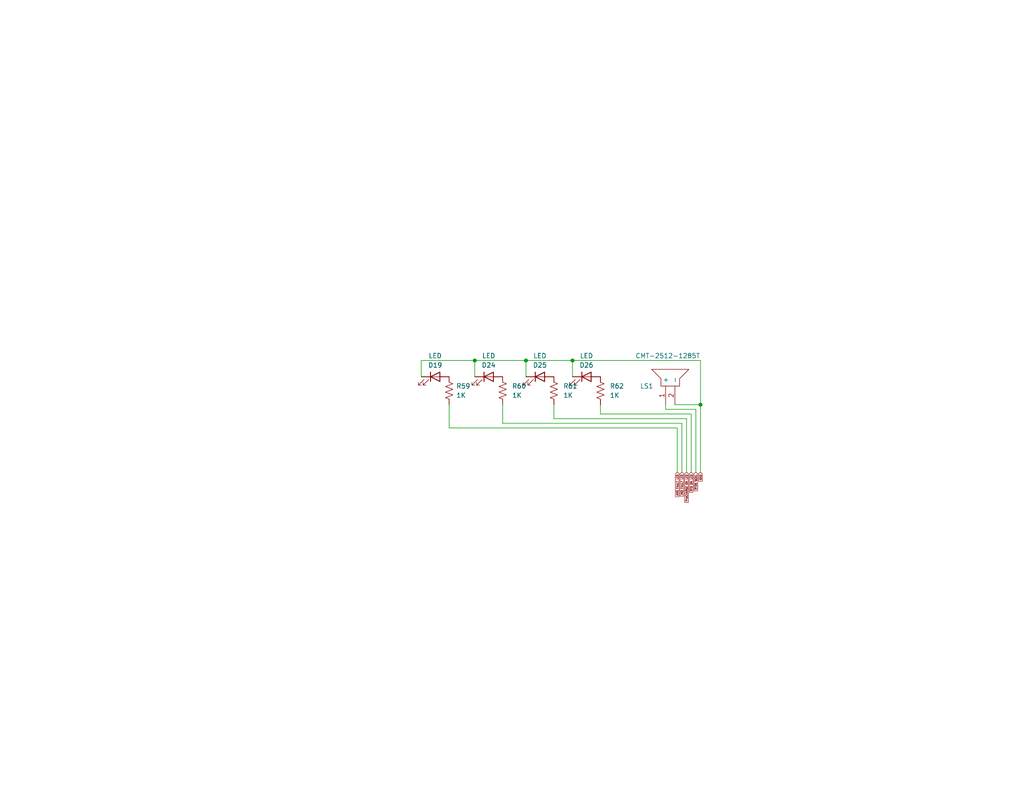
<source format=kicad_sch>
(kicad_sch (version 20211123) (generator eeschema)
  (paper "USLetter")
  (lib_symbols
    (symbol "Device:LED" (pin_numbers hide) (pin_names (offset 1.016) hide)
      (property "Reference" "D" (at 0 2.54 0))
      (property "Value" "LED" (at 0 -2.54 0))
      (symbol "LED_0_1"
        (polyline (pts (xy -1.27 -1.27) (xy -1.27 1.27)) (stroke (width 0.254)))
        (polyline (pts (xy -1.27 0) (xy 1.27 0)))
        (polyline (pts (xy 1.27 -1.27) (xy 1.27 1.27) (xy -1.27 0) (xy 1.27 -1.27)) (stroke (width 0.254)))
        (polyline (pts (xy -3.048 -0.762) (xy -4.572 -2.286) (xy -3.81 -2.286) (xy -4.572 -2.286) (xy -4.572 -1.524)))
        (polyline (pts (xy -1.778 -0.762) (xy -3.302 -2.286) (xy -2.54 -2.286) (xy -3.302 -2.286) (xy -3.302 -1.524)))
      )
      (symbol "LED_1_1"
        (pin passive line (at -3.81 0 0) (length 2.54) (name "K") (number "1"))
        (pin passive line (at 3.81 0 180) (length 2.54) (name "A") (number "2"))
      )
    )
    (symbol "Device:R_US" (pin_numbers hide) (pin_names (offset 0))
      (property "Reference" "R" (at 2.54 0 90))
      (property "Value" "R_US" (at -2.54 0 90))
      (symbol "R_US_0_1"
        (polyline (pts (xy 0 -2.286) (xy 0 -2.54)))
        (polyline (pts (xy 0 2.286) (xy 0 2.54)))
        (polyline (pts (xy 0 -0.762) (xy 1.016 -1.143) (xy 0 -1.524) (xy -1.016 -1.905) (xy 0 -2.286)))
        (polyline (pts (xy 0 0.762) (xy 1.016 0.381) (xy 0 0) (xy -1.016 -0.381) (xy 0 -0.762)))
        (polyline (pts (xy 0 2.286) (xy 1.016 1.905) (xy 0 1.524) (xy -1.016 1.143) (xy 0 0.762)))
      )
      (symbol "R_US_1_1"
        (pin passive line (at 0 3.81 270) (length 1.27) (name "~") (number "1"))
        (pin passive line (at 0 -3.81 90) (length 1.27) (name "~") (number "2"))
      )
    )
    (symbol "FSAE DMS-23 Components:CMT-2512-1285T" (pin_names (offset 0.762))
      (property "Reference" "LS" (at 11.43 0 0))
      (property "Value" "CMT-2512-1285T" (at 11.43 -2.54 0))
      (symbol "CMT-2512-1285T_0_0"
        (pin passive line (at 0 0 0) (length 5.08) (name "+") (number "1"))
        (pin passive line (at 0 -2.54 0) (length 5.08) (name "-") (number "2"))
      )
      (symbol "CMT-2512-1285T_0_1"
        (polyline (pts (xy 5.08 1.27) (xy 5.08 -3.81)) (stroke (width 0.1524)))
        (polyline (pts (xy 5.08 1.27) (xy 7.112 1.27) (xy 9.652 3.81) (xy 9.652 -6.35) (xy 7.112 -3.81) (xy 5.08 -3.81)) (stroke (width 0.1524)))
      )
    )
  )
  (junction (at 143.51 98.425))
  (junction (at 156.21 98.425))
  (junction (at 191.135 110.49))
  (junction (at 129.54 98.425))
  (wire (pts (xy 186.055 115.57) (xy 137.16 115.57)))
  (wire (pts (xy 187.325 114.3) (xy 151.13 114.3)))
  (wire (pts (xy 184.785 128.905) (xy 184.785 116.84)))
  (wire (pts (xy 188.595 113.03) (xy 163.83 113.03)))
  (wire (pts (xy 191.135 128.905) (xy 191.135 110.49)))
  (wire (pts (xy 156.21 98.425) (xy 156.21 102.87)))
  (wire (pts (xy 129.54 98.425) (xy 129.54 102.87)))
  (wire (pts (xy 189.865 111.76) (xy 189.865 128.905)))
  (wire (pts (xy 181.61 111.76) (xy 189.865 111.76)))
  (wire (pts (xy 184.15 110.49) (xy 191.135 110.49)))
  (wire (pts (xy 188.595 128.905) (xy 188.595 113.03)))
  (wire (pts (xy 143.51 98.425) (xy 143.51 102.87)))
  (wire (pts (xy 129.54 98.425) (xy 114.935 98.425)))
  (wire (pts (xy 122.555 116.84) (xy 122.555 110.49)))
  (wire (pts (xy 184.785 116.84) (xy 122.555 116.84)))
  (wire (pts (xy 156.21 98.425) (xy 143.51 98.425)))
  (wire (pts (xy 151.13 114.3) (xy 151.13 110.49)))
  (wire (pts (xy 187.325 128.905) (xy 187.325 114.3)))
  (wire (pts (xy 191.135 98.425) (xy 156.21 98.425)))
  (wire (pts (xy 114.935 98.425) (xy 114.935 102.87)))
  (wire (pts (xy 143.51 98.425) (xy 129.54 98.425)))
  (wire (pts (xy 186.055 128.905) (xy 186.055 115.57)))
  (wire (pts (xy 163.83 113.03) (xy 163.83 110.49)))
  (wire (pts (xy 191.135 110.49) (xy 191.135 98.425)))
  (wire (pts (xy 137.16 115.57) (xy 137.16 110.49)))
  (wire (pts (xy 181.61 110.49) (xy 181.61 111.76)))
  (global_label "GND" (shape input) (at 191.135 128.905 270) (effects (font (size 0.5 0.5))) (property "Intersheet References" "${INTERSHEET_REFS}" (effects hide)))
  (global_label "AMS FAULT LED" (shape input) (at 184.785 128.905 270) (effects (font (size 0.5 0.5))) (property "Intersheet References" "${INTERSHEET_REFS}" (effects hide)))
  (global_label "IMD FAULT LED" (shape input) (at 186.055 128.905 270) (effects (font (size 0.5 0.5))) (property "Intersheet References" "${INTERSHEET_REFS}" (effects hide)))
  (global_label "RTD ON LED" (shape input) (at 188.595 128.905 270) (effects (font (size 0.5 0.5))) (property "Intersheet References" "${INTERSHEET_REFS}" (effects hide)))
  (global_label "RTDS SGNL" (shape input) (at 189.865 128.905 270) (effects (font (size 0.5 0.5))) (property "Intersheet References" "${INTERSHEET_REFS}" (effects hide)))
  (global_label "PreCHARGE ON LED" (shape input) (at 187.325 128.905 270) (effects (font (size 0.5 0.5))) (property "Intersheet References" "${INTERSHEET_REFS}" (effects hide)))
  (symbol (lib_id "Device:R_US") (at 163.83 106.68 0) (unit 1)
    (property "Reference" "R62" (at 166.37 105.4099 0) (effects (justify left)))
    (property "Value" "1K" (at 166.37 107.9499 0) (effects (justify left)))
    (property "Footprint" "Resistor_THT:R_Axial_DIN0204_L3.6mm_D1.6mm_P5.08mm_Horizontal" (effects hide))
  )
  (symbol (lib_id "Device:LED") (at 133.35 102.87 0) (unit 1)
    (property "Reference" "D24" (at 133.35 99.695 0))
    (property "Value" "LED" (at 133.35 97.155 0))
  )
  (symbol (lib_id "FSAE DMS-23 Components:CMT-2512-1285T") (at 181.61 110.49 90) (unit 1)
    (property "Reference" "LS1" (at 174.625 105.41 90) (effects (justify right)))
    (property "Value" "CMT-2512-1285T" (at 173.355 97.155 90) (effects (justify right)))
    (property "Footprint" "CMT25121285T" (effects hide))
    (property "Datasheet" "https://www.cuidevices.com/product/resource/cmt-2512-1285t.pdf" (effects hide))
    (property "Description" "CMT Series 25 x 12.5 mm 12 V 100 mA 1 kHz 85 dB SMT Magnetic Buzzer Transducer" (effects hide))
    (property "Height" "12.7" (effects hide))
    (property "Manufacturer_Name" "CUI Inc." (effects hide))
    (property "Manufacturer_Part_Number" "CMT-2512-1285T" (effects hide))
    (property "Mouser Part Number" "490-CMT-2512-1285T" (effects hide))
    (property "Mouser Price/Stock" "https://www.mouser.co.uk/ProductDetail/CUI-Devices/CMT-2512-1285T/?qs=P1JMDcb91o5pTLilf0h42w%3D%3D" (effects hide))
  )
  (symbol (lib_id "Device:LED") (at 147.32 102.87 0) (unit 1)
    (property "Reference" "D25" (at 147.32 99.695 0))
    (property "Value" "LED" (at 147.32 97.155 0))
  )
  (symbol (lib_id "Device:R_US") (at 122.555 106.68 0) (unit 1)
    (property "Reference" "R59" (at 124.46 105.4099 0) (effects (justify left)))
    (property "Value" "1K" (at 124.46 107.9499 0) (effects (justify left)))
    (property "Footprint" "Resistor_THT:R_Axial_DIN0204_L3.6mm_D1.6mm_P5.08mm_Horizontal" (effects hide))
  )
  (symbol (lib_id "Device:LED") (at 160.02 102.87 0) (unit 1)
    (property "Reference" "D26" (at 160.02 99.695 0))
    (property "Value" "LED" (at 160.02 97.155 0))
  )
  (symbol (lib_id "Device:LED") (at 118.745 102.87 0) (unit 1)
    (property "Reference" "D19" (at 118.745 99.695 0))
    (property "Value" "LED" (at 118.745 97.155 0))
  )
  (symbol (lib_id "Device:R_US") (at 151.13 106.68 0) (unit 1)
    (property "Reference" "R61" (at 153.67 105.4099 0) (effects (justify left)))
    (property "Value" "1K" (at 153.67 107.9499 0) (effects (justify left)))
    (property "Footprint" "Resistor_THT:R_Axial_DIN0204_L3.6mm_D1.6mm_P5.08mm_Horizontal" (effects hide))
  )
  (symbol (lib_id "Device:R_US") (at 137.16 106.68 0) (unit 1)
    (property "Reference" "R60" (at 139.7 105.4099 0) (effects (justify left)))
    (property "Value" "1K" (at 139.7 107.9499 0) (effects (justify left)))
    (property "Footprint" "Resistor_THT:R_Axial_DIN0204_L3.6mm_D1.6mm_P5.08mm_Horizontal" (effects hide))
  )
)
</source>
